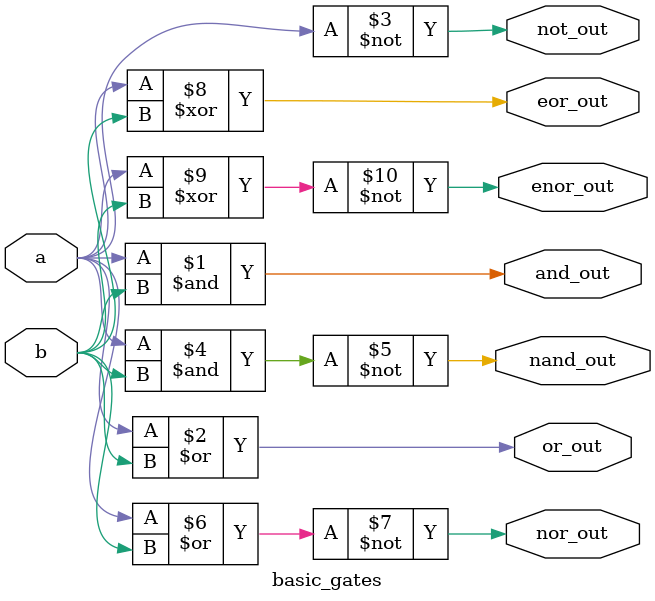
<source format=v>
`timescale 1ns / 1ps
module basic_gates(
    input a,
    input b,
	 output and_out, or_out, not_out, nand_out, nor_out, eor_out, enor_out
    );
	 
	 assign and_out= a&b;
	 assign or_out= a|b;
	 assign not_out= ~a;
	 assign nand_out= ~(a&b);
	 assign nor_out= ~(a|b);
	 assign eor_out= a^b;
	 assign enor_out= ~(a^b);

endmodule

</source>
